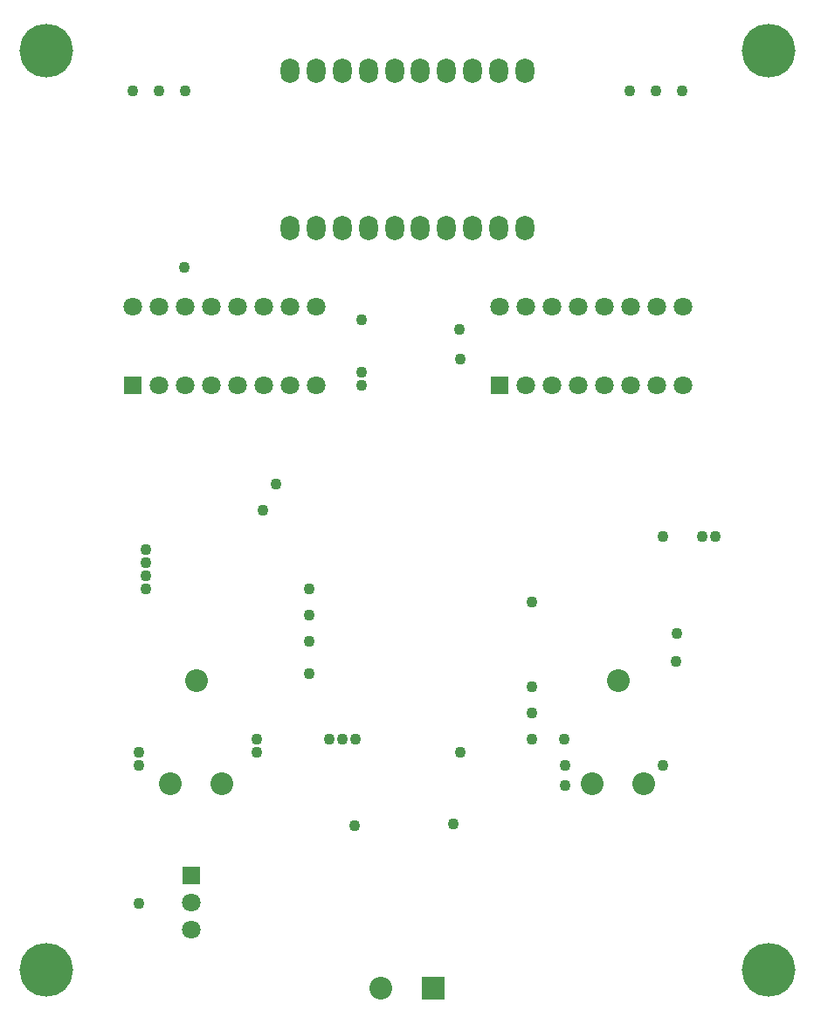
<source format=gts>
G04*
G04 #@! TF.GenerationSoftware,Altium Limited,Altium Designer,21.5.1 (32)*
G04*
G04 Layer_Color=8388736*
%FSLAX25Y25*%
%MOIN*%
G70*
G04*
G04 #@! TF.SameCoordinates,23847DC4-7520-4B4A-9137-17159688AF9F*
G04*
G04*
G04 #@! TF.FilePolarity,Negative*
G04*
G01*
G75*
%ADD14O,0.07099X0.09461*%
%ADD15R,0.07099X0.07099*%
%ADD16C,0.07099*%
%ADD17C,0.08674*%
%ADD18R,0.08674X0.08674*%
%ADD19C,0.20485*%
%ADD20C,0.04343*%
D14*
X112657Y302500D02*
D03*
Y362500D02*
D03*
X122658Y302500D02*
D03*
Y362500D02*
D03*
X132658D02*
D03*
Y302500D02*
D03*
X142657Y362500D02*
D03*
Y302500D02*
D03*
X152657D02*
D03*
Y362500D02*
D03*
X162500Y302500D02*
D03*
Y362500D02*
D03*
X172500Y302500D02*
D03*
Y362500D02*
D03*
X182500D02*
D03*
Y302500D02*
D03*
X192500Y362500D02*
D03*
Y302500D02*
D03*
X202500D02*
D03*
Y362500D02*
D03*
D15*
X52658Y242500D02*
D03*
X192657D02*
D03*
X75157Y55472D02*
D03*
D16*
X62657Y242500D02*
D03*
X72658D02*
D03*
X82657D02*
D03*
X92658D02*
D03*
X102657D02*
D03*
X112657D02*
D03*
X122658D02*
D03*
X52658Y272500D02*
D03*
X62657D02*
D03*
X72658D02*
D03*
X82657D02*
D03*
X92658D02*
D03*
X102657D02*
D03*
X112657D02*
D03*
X122658D02*
D03*
X262657D02*
D03*
X252658D02*
D03*
X242657D02*
D03*
X232658D02*
D03*
X222657D02*
D03*
X212657D02*
D03*
X202658D02*
D03*
X192657D02*
D03*
X262657Y242500D02*
D03*
X252658D02*
D03*
X242657D02*
D03*
X232658D02*
D03*
X222657D02*
D03*
X212657D02*
D03*
X202658D02*
D03*
X75157Y35000D02*
D03*
Y45236D02*
D03*
D17*
X247843Y90630D02*
D03*
X228157D02*
D03*
X238158Y130000D02*
D03*
X147500Y12500D02*
D03*
X76929Y130000D02*
D03*
X66929Y90630D02*
D03*
X86614D02*
D03*
D18*
X167500Y12500D02*
D03*
D19*
X295276Y19685D02*
D03*
Y370079D02*
D03*
X19685D02*
D03*
Y19685D02*
D03*
D20*
X120000Y132500D02*
D03*
X177657Y252500D02*
D03*
X140000Y247500D02*
D03*
Y242500D02*
D03*
X120158Y165000D02*
D03*
X137500Y74409D02*
D03*
X72500Y287500D02*
D03*
X102500Y195000D02*
D03*
X175079Y75276D02*
D03*
X205157Y107500D02*
D03*
Y117500D02*
D03*
X217657Y97500D02*
D03*
X259874Y137216D02*
D03*
X127854Y107500D02*
D03*
X177500Y263740D02*
D03*
X72658Y355000D02*
D03*
X52658D02*
D03*
X62657D02*
D03*
X107500Y205000D02*
D03*
X217500Y107500D02*
D03*
X252500Y355000D02*
D03*
X242500D02*
D03*
X262500D02*
D03*
X205157Y127500D02*
D03*
X217657Y90000D02*
D03*
X140157Y267500D02*
D03*
X255157Y185000D02*
D03*
X260441Y147784D02*
D03*
X270158Y185000D02*
D03*
X275157D02*
D03*
X137663Y107494D02*
D03*
X132663Y107506D02*
D03*
X177657Y102500D02*
D03*
X255157Y97500D02*
D03*
X205157Y160000D02*
D03*
X100157Y102500D02*
D03*
Y107500D02*
D03*
X55158Y97500D02*
D03*
Y45000D02*
D03*
Y102500D02*
D03*
X57657Y175000D02*
D03*
Y180000D02*
D03*
Y165000D02*
D03*
X120158Y145000D02*
D03*
X57657Y170000D02*
D03*
X120158Y155000D02*
D03*
M02*

</source>
